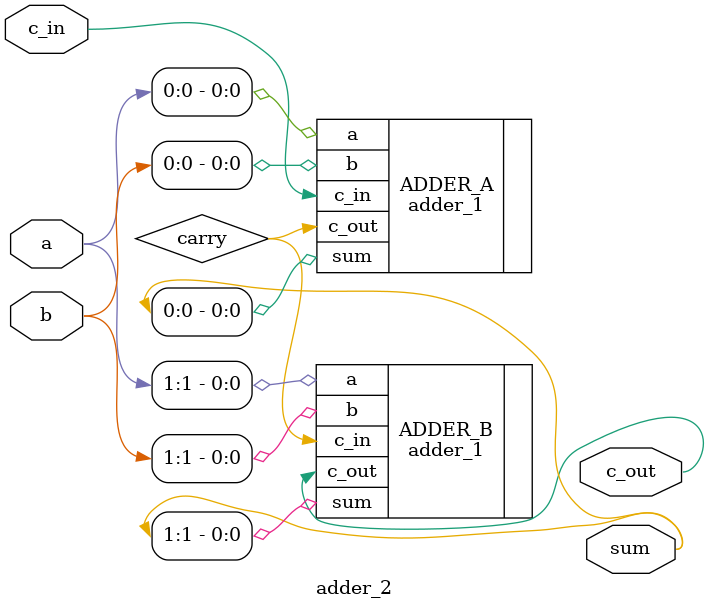
<source format=sv>
/*
  a 2 bit adder daisy chaining 2 
  1 bit adders
*/

module adder_2(a, b, c_in, sum, c_out);

input  wire [1:0] a, b;
input wire c_in;
output logic [1:0] sum;
output logic c_out;

wire carry;

adder_1 ADDER_A(
  .a(a[0]),
  .b(b[0]),
  .c_in(c_in),
  .sum(sum[0]),
  .c_out(carry)
);

adder_1 ADDER_B(
  .a(a[1]),
  .b(b[1]),
  .c_in(carry),
  .sum(sum[1]),
  .c_out(c_out)
);


endmodule
</source>
